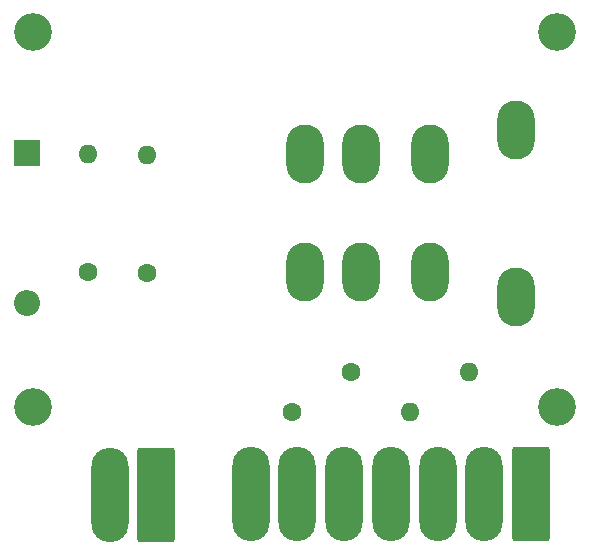
<source format=gbs>
%TF.GenerationSoftware,KiCad,Pcbnew,7.0.10-7.0.10~ubuntu22.04.1*%
%TF.CreationDate,2024-01-16T19:58:32-05:00*%
%TF.ProjectId,sys11-c11998-relay,73797331-312d-4633-9131-3939382d7265,1.0*%
%TF.SameCoordinates,Original*%
%TF.FileFunction,Soldermask,Bot*%
%TF.FilePolarity,Negative*%
%FSLAX46Y46*%
G04 Gerber Fmt 4.6, Leading zero omitted, Abs format (unit mm)*
G04 Created by KiCad (PCBNEW 7.0.10-7.0.10~ubuntu22.04.1) date 2024-01-16 19:58:32*
%MOMM*%
%LPD*%
G01*
G04 APERTURE LIST*
G04 Aperture macros list*
%AMRoundRect*
0 Rectangle with rounded corners*
0 $1 Rounding radius*
0 $2 $3 $4 $5 $6 $7 $8 $9 X,Y pos of 4 corners*
0 Add a 4 corners polygon primitive as box body*
4,1,4,$2,$3,$4,$5,$6,$7,$8,$9,$2,$3,0*
0 Add four circle primitives for the rounded corners*
1,1,$1+$1,$2,$3*
1,1,$1+$1,$4,$5*
1,1,$1+$1,$6,$7*
1,1,$1+$1,$8,$9*
0 Add four rect primitives between the rounded corners*
20,1,$1+$1,$2,$3,$4,$5,0*
20,1,$1+$1,$4,$5,$6,$7,0*
20,1,$1+$1,$6,$7,$8,$9,0*
20,1,$1+$1,$8,$9,$2,$3,0*%
G04 Aperture macros list end*
%ADD10C,3.200000*%
%ADD11C,1.600000*%
%ADD12O,1.600000X1.600000*%
%ADD13O,3.160000X5.000000*%
%ADD14RoundRect,0.250000X1.330000X3.750000X-1.330000X3.750000X-1.330000X-3.750000X1.330000X-3.750000X0*%
%ADD15O,3.160000X8.000000*%
%ADD16R,2.200000X2.200000*%
%ADD17O,2.200000X2.200000*%
G04 APERTURE END LIST*
D10*
%TO.C,H1*%
X149640000Y-104196000D03*
%TD*%
D11*
%TO.C,C2*%
X114935000Y-124587000D03*
D12*
X114935000Y-114587000D03*
%TD*%
D10*
%TO.C,H3*%
X149640000Y-135926000D03*
%TD*%
%TO.C,H2*%
X105240000Y-104196000D03*
%TD*%
D13*
%TO.C,RLY1*%
X128295400Y-124561600D03*
X128295400Y-114554000D03*
X132994400Y-124561600D03*
X132994400Y-114554000D03*
X138887200Y-124561600D03*
X138887200Y-114554000D03*
X146126200Y-126657100D03*
X146126200Y-112458500D03*
%TD*%
D14*
%TO.C,J1*%
X115695800Y-143361200D03*
D15*
X111735800Y-143361200D03*
%TD*%
D10*
%TO.C,H4*%
X105240000Y-135926000D03*
%TD*%
D16*
%TO.C,D1*%
X104775000Y-114427000D03*
D17*
X104775000Y-127127000D03*
%TD*%
D14*
%TO.C,J2*%
X147419200Y-143357600D03*
D15*
X143459200Y-143357600D03*
X139499200Y-143357600D03*
X135539200Y-143357600D03*
X131579200Y-143357600D03*
X127619200Y-143357600D03*
X123659200Y-143357600D03*
%TD*%
D11*
%TO.C,C1*%
X109935000Y-124507000D03*
D12*
X109935000Y-114507000D03*
%TD*%
D11*
%TO.C,C4*%
X132163800Y-133019800D03*
D12*
X142163800Y-133019800D03*
%TD*%
D11*
%TO.C,C3*%
X127160000Y-136372600D03*
D12*
X137160000Y-136372600D03*
%TD*%
M02*

</source>
